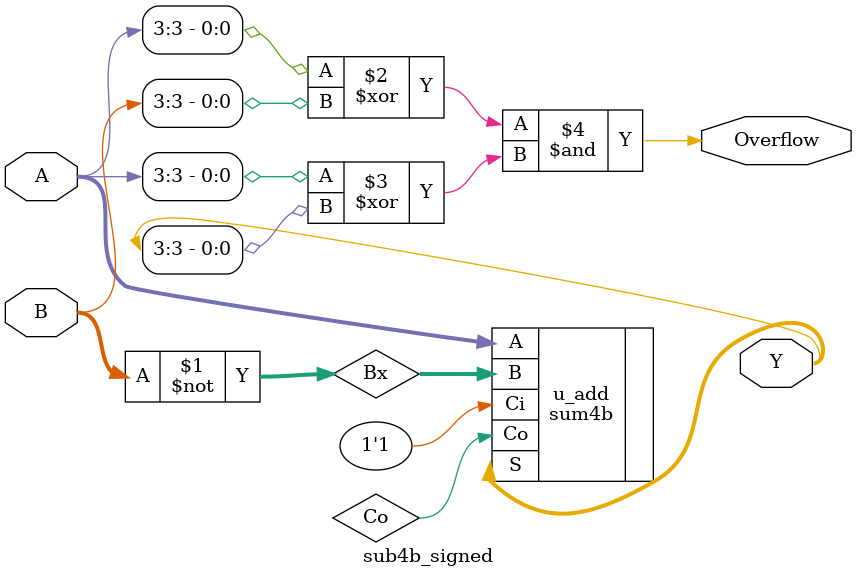
<source format=v>
`include "sum4b.v"

module sub4b_signed (
    input  wire [3:0] A,
    input  wire [3:0] B,
    output wire [3:0] Y,         
    output wire Overflow      
);
  wire [3:0] Bx = ~B;  // Invert of B
  wire       Co;

  // Two’s-complement subtraction: A - B = A + (~B) + 1
  sum4b u_add(.A(A), .B(Bx), .Ci(1'b1), .S(Y), .Co(Co));

  // Signed overflow for subtraction:
  assign Overflow = (A[3] ^ B[3]) & (A[3] ^ Y[3]);
  
endmodule
</source>
